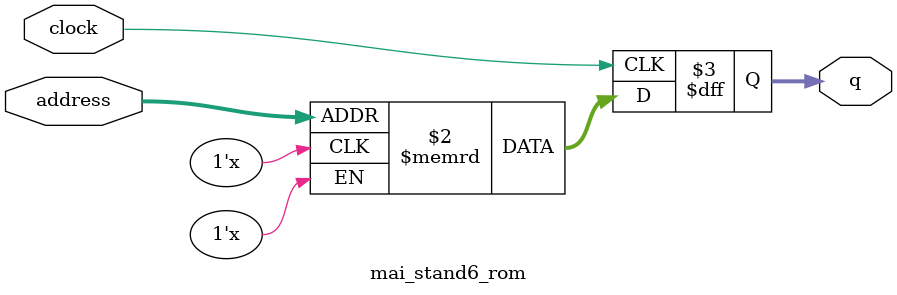
<source format=sv>
module mai_stand6_rom (
	input logic clock,
	input logic [12:0] address,
	output logic [3:0] q
);

logic [3:0] memory [0:7621] /* synthesis ram_init_file = "./mai_stand6/mai_stand6.COE" */;

always_ff @ (posedge clock) begin
	q <= memory[address];
end

endmodule

</source>
